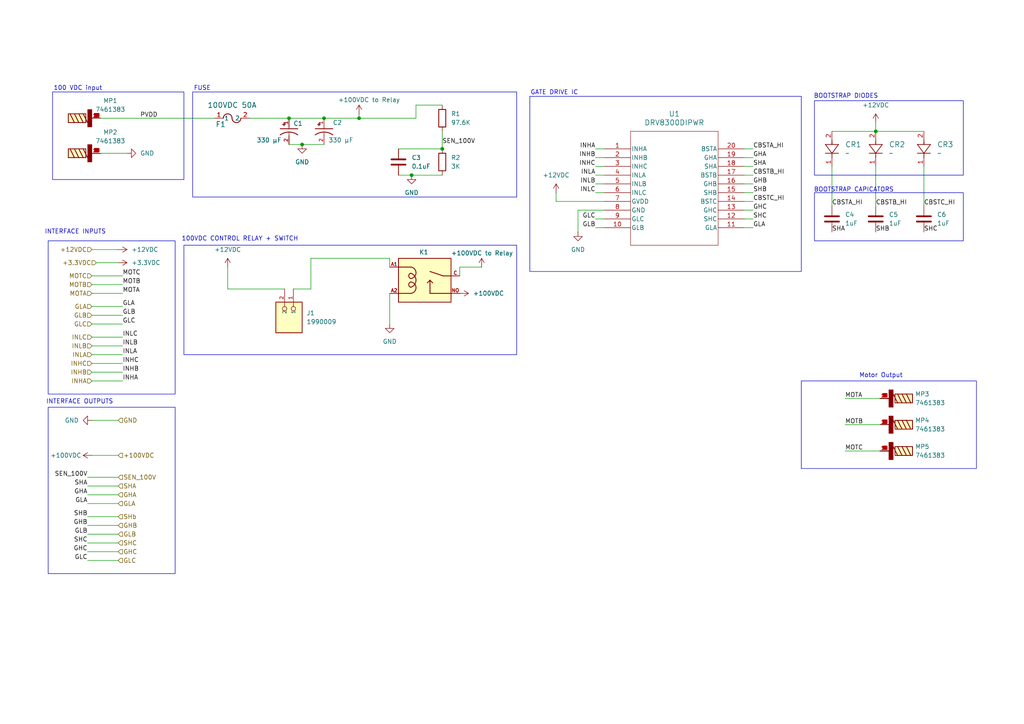
<source format=kicad_sch>
(kicad_sch (version 20250114) (generator "eeschema") (generator_version "9.0")
  (paper "A4")
  (title_block (date "2025-04-19") (rev "1"))
  (lib_symbols
    (symbol "1990009 2P term:1990009" (pin_names (offset 1.016))
      (property "Reference" "J" (at -2.54 3.302 0))
      (property "Value" "1990009" (at -2.54 -7.62 0))
      (symbol "1990009_0_0"
        (rectangle (start -3.81 -5.08) (end 5.08 2.54) (stroke (width 0.254)) (fill (type background)))
        (circle (center -1.905 0) (radius 0.635) (stroke (width 0.1524)))
        (circle (center -1.905 -2.54) (radius 0.635) (stroke (width 0.1524)))
        (pin passive line (at -7.62 0 0) (length 5.08) (name "1") (number "1"))
        (pin passive line (at -7.62 -2.54 0) (length 5.08) (name "2") (number "2"))
      )
    )
    (symbol "2025-02-22_17-43-38:DRV8300DIPWR" (pin_names (offset 0.254))
      (property "Reference" "U" (at 20.32 10.16 0))
      (property "Value" "DRV8300DIPWR" (at 20.32 7.62 0))
      (symbol "DRV8300DIPWR_0_1"
        (polyline (pts (xy 7.62 5.08) (xy 7.62 -27.94)) (stroke (width 0.127)))
        (polyline (pts (xy 7.62 -27.94) (xy 33.02 -27.94)) (stroke (width 0.127)))
        (polyline (pts (xy 33.02 5.08) (xy 7.62 5.08)) (stroke (width 0.127)))
        (polyline (pts (xy 33.02 -27.94) (xy 33.02 5.08)) (stroke (width 0.127)))
        (pin input line (at 0 0 0) (length 7.62) (name "INHA") (number "1"))
        (pin input line (at 0 -2.54 0) (length 7.62) (name "INHB") (number "2"))
        (pin input line (at 0 -5.08 0) (length 7.62) (name "INHC") (number "3"))
        (pin input line (at 0 -7.62 0) (length 7.62) (name "INLA") (number "4"))
        (pin input line (at 0 -10.16 0) (length 7.62) (name "INLB") (number "5"))
        (pin input line (at 0 -12.7 0) (length 7.62) (name "INLC") (number "6"))
        (pin power_in line (at 0 -15.24 0) (length 7.62) (name "GVDD") (number "7"))
        (pin power_out line (at 0 -17.78 0) (length 7.62) (name "GND") (number "8"))
        (pin unspecified line (at 0 -20.32 0) (length 7.62) (name "GLC") (number "9"))
        (pin unspecified line (at 0 -22.86 0) (length 7.62) (name "GLB") (number "10"))
        (pin unspecified line (at 40.64 0 180) (length 7.62) (name "BSTA") (number "20"))
        (pin unspecified line (at 40.64 -2.54 180) (length 7.62) (name "GHA") (number "19"))
        (pin unspecified line (at 40.64 -5.08 180) (length 7.62) (name "SHA") (number "18"))
        (pin unspecified line (at 40.64 -7.62 180) (length 7.62) (name "BSTB") (number "17"))
        (pin unspecified line (at 40.64 -10.16 180) (length 7.62) (name "GHB") (number "16"))
        (pin unspecified line (at 40.64 -12.7 180) (length 7.62) (name "SHB") (number "15"))
        (pin unspecified line (at 40.64 -15.24 180) (length 7.62) (name "BSTC") (number "14"))
        (pin unspecified line (at 40.64 -17.78 180) (length 7.62) (name "GHC") (number "13"))
        (pin unspecified line (at 40.64 -20.32 180) (length 7.62) (name "SHC") (number "12"))
        (pin unspecified line (at 40.64 -22.86 180) (length 7.62) (name "GLA") (number "11"))
      )
    )
    (symbol "2025-02-22_19-37-18:BAV20WS-TP" (pin_names (offset 0.254))
      (property "Reference" "CR" (at 5.08 4.445 0))
      (property "Value" "BAV20WS-TP" (at 5.08 -3.81 0))
      (symbol "BAV20WS-TP_1_1"
        (polyline (pts (xy 2.54 0) (xy 3.4798 0)) (stroke (width 0.2032)))
        (polyline (pts (xy 3.175 0) (xy 3.81 0)) (stroke (width 0.2032)))
        (polyline (pts (xy 3.81 1.905) (xy 3.81 -1.905)) (stroke (width 0.2032)))
        (polyline (pts (xy 3.81 -1.905) (xy 6.35 0)) (stroke (width 0.2032)))
        (polyline (pts (xy 6.35 0) (xy 3.81 1.905)) (stroke (width 0.2032)))
        (polyline (pts (xy 6.35 0) (xy 7.62 0)) (stroke (width 0.2032)))
        (polyline (pts (xy 6.35 -1.905) (xy 6.35 1.905)) (stroke (width 0.2032)))
        (pin unspecified line (at 0 0 0) (length 2.54) (name "") (number "2"))
        (pin unspecified line (at 10.16 0 180) (length 2.54) (name "") (number "1"))
      )
      (symbol "BAV20WS-TP_1_2"
        (polyline (pts (xy -1.905 3.81) (xy 1.905 3.81)) (stroke (width 0.2032)))
        (polyline (pts (xy 0 6.35) (xy -1.905 3.81)) (stroke (width 0.2032)))
        (polyline (pts (xy 0 6.35) (xy 0 7.62)) (stroke (width 0.2032)))
        (polyline (pts (xy 0 3.175) (xy 0 3.81)) (stroke (width 0.2032)))
        (polyline (pts (xy 0 2.54) (xy 0 3.4798)) (stroke (width 0.2032)))
        (polyline (pts (xy 1.905 6.35) (xy -1.905 6.35)) (stroke (width 0.2032)))
        (polyline (pts (xy 1.905 3.81) (xy 0 6.35)) (stroke (width 0.2032)))
        (pin unspecified line (at 0 10.16 270) (length 2.54) (name "") (number "1"))
        (pin unspecified line (at 0 0 90) (length 2.54) (name "") (number "2"))
      )
    )
    (symbol "2025-02-24_21-09-15:0463030.ER" (pin_names (offset 0.254))
      (property "Reference" "F" (at 5.08 3.175 0))
      (property "Value" "0463030.ER" (at 5.08 -3.175 0))
      (symbol "0463030.ER_1_1"
        (arc (start 2.54 0) (mid 3.81 1.2645) (end 5.08 0) (stroke (width 0.254)))
        (arc (start 7.62 0) (mid 6.35 -1.2645) (end 5.08 0) (stroke (width 0.254)))
        (pin unspecified line (at 0 0 0) (length 2.54) (name "1") (number "1"))
        (pin unspecified line (at 10.16 0 180) (length 2.54) (name "2") (number "2"))
      )
      (symbol "0463030.ER_1_2"
        (arc (start 0 7.62) (mid 1.2645 6.35) (end 0 5.08) (stroke (width 0.254)))
        (arc (start 0 2.54) (mid -1.2645 3.81) (end 0 5.08) (stroke (width 0.254)))
        (pin unspecified line (at 0 10.16 270) (length 2.54) (name "2") (number "2"))
        (pin unspecified line (at 0 0 90) (length 2.54) (name "1") (number "1"))
      )
    )
    (symbol "Device:C" (pin_numbers (hide yes)) (pin_names (offset 0.254))
      (property "Reference" "C" (at 0.635 2.54 0))
      (property "Value" "C" (at 0.635 -2.54 0))
      (symbol "C_0_1"
        (polyline (pts (xy -2.032 0.762) (xy 2.032 0.762)) (stroke (width 0.508)))
        (polyline (pts (xy -2.032 -0.762) (xy 2.032 -0.762)) (stroke (width 0.508)))
      )
      (symbol "C_1_1"
        (pin passive line (at 0 3.81 270) (length 2.794) (name "~") (number "1"))
        (pin passive line (at 0 -3.81 90) (length 2.794) (name "~") (number "2"))
      )
    )
    (symbol "Device:R" (pin_numbers (hide yes)) (pin_names (offset 0))
      (property "Reference" "R" (at 2.032 0 90))
      (property "Value" "R" (at 0 0 90))
      (symbol "R_0_1"
        (rectangle (start -1.016 -2.54) (end 1.016 2.54) (stroke (width 0.254)))
      )
      (symbol "R_1_1"
        (pin passive line (at 0 3.81 270) (length 1.27) (name "~") (number "1"))
        (pin passive line (at 0 -3.81 90) (length 1.27) (name "~") (number "2"))
      )
    )
    (symbol "EEVFK2A331M:EEVFK2A331M" (pin_names (offset 1.016))
      (property "Reference" "C" (at -2.54 3.81 0))
      (property "Value" "EEVFK2A331M" (at -2.54 -5.08 0))
      (symbol "EEVFK2A331M_0_0"
        (rectangle (start -1.173 -1.532) (end -0.284 -1.405) (stroke (width 0.1)) (fill (type outline)))
        (rectangle (start -0.792 -1.913) (end -0.665 -1.024) (stroke (width 0.1)) (fill (type outline)))
        (polyline (pts (xy 0 0) (xy 0.508 0)) (stroke (width 0.1524)))
        (polyline (pts (xy 0.508 2.54) (xy 0.508 0)) (stroke (width 0.254)))
        (polyline (pts (xy 0.508 0) (xy 0.508 -2.54)) (stroke (width 0.254)))
        (polyline (pts (xy 2.54 0) (xy 1.524 0)) (stroke (width 0.1524)))
        (arc (start 2.286 -2.54) (mid 1.4851 0) (end 2.286 2.54) (stroke (width 0.254)))
        (pin passive line (at -2.54 0 0) (length 2.54) (name "~") (number "1"))
        (pin passive line (at 5.08 0 180) (length 2.54) (name "~") (number "2"))
      )
    )
    (symbol "M5 Screw Terminal 7461383:WP-SHFU" (pin_names (offset 1.016))
      (property "Reference" "MP" (at 3.302 1.27 0))
      (property "Value" "WP-SHFU" (at 3.302 -0.508 0))
      (symbol "WP-SHFU_0_0"
        (rectangle (start -2.54 -2.54) (end 2.54 -1.27) (stroke (width 0.1)) (fill (type outline)))
        (rectangle (start -1.27 -0.762) (end 1.27 4.318) (stroke (width 0.254)) (fill (type background)))
        (polyline (pts (xy 1.27 3.81) (xy -1.27 2.54)) (stroke (width 0.254)))
        (polyline (pts (xy 1.27 2.54) (xy -1.27 1.27)) (stroke (width 0.254)))
        (polyline (pts (xy 1.27 1.27) (xy -1.27 0)) (stroke (width 0.254)))
        (polyline (pts (xy 1.27 0) (xy -1.27 -1.27)) (stroke (width 0.254)))
        (pin passive line (at 0 -5.08 90) (length 2.54) (name "~") (number "1"))
        (pin passive line (at 0 -5.08 90) (length 2.54) (name "~") (number "10"))
        (pin passive line (at 0 -5.08 90) (length 2.54) (name "~") (number "11"))
        (pin passive line (at 0 -5.08 90) (length 2.54) (name "~") (number "12"))
        (pin passive line (at 0 -5.08 90) (length 2.54) (name "~") (number "13"))
        (pin passive line (at 0 -5.08 90) (length 2.54) (name "~") (number "14"))
        (pin passive line (at 0 -5.08 90) (length 2.54) (name "~") (number "15"))
        (pin passive line (at 0 -5.08 90) (length 2.54) (name "~") (number "16"))
        (pin passive line (at 0 -5.08 90) (length 2.54) (name "~") (number "2"))
        (pin passive line (at 0 -5.08 90) (length 2.54) (name "~") (number "3"))
        (pin passive line (at 0 -5.08 90) (length 2.54) (name "~") (number "4"))
        (pin passive line (at 0 -5.08 90) (length 2.54) (name "~") (number "5"))
        (pin passive line (at 0 -5.08 90) (length 2.54) (name "~") (number "6"))
        (pin passive line (at 0 -5.08 90) (length 2.54) (name "~") (number "7"))
        (pin passive line (at 0 -5.08 90) (length 2.54) (name "~") (number "8"))
        (pin passive line (at 0 -5.08 90) (length 2.54) (name "~") (number "9"))
      )
    )
    (symbol "T9As1d12-12:1-1393210-3" (pin_names (offset 1.016))
      (property "Reference" "K" (at -7.6423 5.6043 0))
      (property "Value" "1-1393210-3" (at -7.6448 -10.193 0))
      (symbol "1-1393210-3_0_0"
        (polyline (pts (xy -7.62 2.54) (xy -4.064 2.54)) (stroke (width 0.254)))
        (polyline (pts (xy -7.62 -5.08) (xy -4.064 -5.08)) (stroke (width 0.254)))
        (rectangle (start -7.62 -7.62) (end 7.62 5.08) (stroke (width 0.254)) (fill (type background)))
        (arc (start -4.064 0.762) (mid -2.54 -1.27) (end -4.064 -3.302) (stroke (width 0.254)))
        (arc (start -4.064 2.54) (mid -2.5351 0.889) (end -4.064 -0.762) (stroke (width 0.254)))
        (arc (start -4.064 -1.778) (mid -2.5351 -3.429) (end -4.064 -5.08) (stroke (width 0.254)))
        (arc (start -4.064 -0.762) (mid -4.6355 0) (end -4.064 0.762) (stroke (width 0.254)))
        (arc (start -4.064 -3.302) (mid -4.6355 -2.54) (end -4.064 -1.778) (stroke (width 0.254)))
        (polyline (pts (xy 1.524 -1.27) (xy 0.762 -2.032)) (stroke (width 0.254)))
        (polyline (pts (xy 1.524 -1.27) (xy 2.286 -2.032)) (stroke (width 0.254)))
        (polyline (pts (xy 1.524 -5.08) (xy 1.524 -1.27)) (stroke (width 0.254)))
        (polyline (pts (xy 5.334 0) (xy 1.524 1.27)) (stroke (width 0.254)))
        (polyline (pts (xy 7.62 0) (xy 5.334 0)) (stroke (width 0.254)))
        (polyline (pts (xy 7.62 -5.08) (xy 1.524 -5.08)) (stroke (width 0.254)))
        (pin passive line (at -10.16 2.54 0) (length 2.54) (name "~") (number "A1"))
        (pin passive line (at -10.16 -5.08 0) (length 2.54) (name "~") (number "A2"))
        (pin passive line (at 10.16 0 180) (length 2.54) (name "~") (number "C"))
        (pin passive line (at 10.16 -5.08 180) (length 2.54) (name "~") (number "NO"))
      )
    )
    (symbol "power:+12V" (power) (pin_numbers (hide yes)) (pin_names (offset 0) (hide yes))
      (property "Value" "+12V" (at 0 3.556 0))
      (symbol "+12V_0_1"
        (polyline (pts (xy -0.762 1.27) (xy 0 2.54)))
        (polyline (pts (xy 0 2.54) (xy 0.762 1.27)))
        (polyline (pts (xy 0 0) (xy 0 2.54)))
      )
      (symbol "+12V_1_1"
        (pin power_in line (at 0 0 90) (length 0) (name "~") (number "1"))
      )
    )
    (symbol "power:+3.3V" (power) (pin_numbers (hide yes)) (pin_names (offset 0) (hide yes))
      (property "Value" "+3.3V" (at 0 3.556 0))
      (symbol "+3.3V_0_1"
        (polyline (pts (xy -0.762 1.27) (xy 0 2.54)))
        (polyline (pts (xy 0 2.54) (xy 0.762 1.27)))
        (polyline (pts (xy 0 0) (xy 0 2.54)))
      )
      (symbol "+3.3V_1_1"
        (pin power_in line (at 0 0 90) (length 0) (name "~") (number "1"))
      )
    )
    (symbol "power:GND" (power) (pin_numbers (hide yes)) (pin_names (offset 0) (hide yes))
      (property "Value" "GND" (at 0 -3.81 0))
      (symbol "GND_0_1"
        (polyline (pts (xy 0 0) (xy 0 -1.27) (xy 1.27 -1.27) (xy 0 -2.54) (xy -1.27 -1.27) (xy 0 -1.27)))
      )
      (symbol "GND_1_1"
        (pin power_in line (at 0 0 270) (length 0) (name "~") (number "1"))
      )
    )
  )
  (rectangle (start 236.22 55.88) (end 279.4 69.85))
  (rectangle (start 55.88 26.67) (end 149.86 57.15))
  (rectangle (start 13.97 118.11) (end 50.8 166.37))
  (rectangle (start 15.24 26.67) (end 53.34 52.07))
  (rectangle (start 236.22 29.21) (end 279.4 50.8))
  (rectangle (start 53.34 71.12) (end 149.86 102.87))
  (rectangle (start 232.41 110.49) (end 283.21 135.89))
  (rectangle (start 13.97 69.85) (end 50.8 114.3))
  (rectangle (start 153.67 27.94) (end 232.41 78.74))
  (text "100VDC CONTROL RELAY + SWITCH\n" (at 69.596 69.342 0) (effects (font (size 1.27 1.27))))
  (text "Motor Output\n" (at 255.524 108.966 0) (effects (font (size 1.27 1.27))))
  (text "100 VDC input" (at 22.606 25.654 0) (effects (font (size 1.27 1.27))))
  (text "FUSE" (at 58.674 25.654 0) (effects (font (size 1.27 1.27))))
  (text "GATE DRIVE IC\n" (at 160.782 26.924 0) (effects (font (size 1.27 1.27))))
  (text "INTERFACE INPUTS\n\n" (at 21.844 68.326 0) (effects (font (size 1.27 1.27))))
  (text "BOOTSTRAP DIODES\n" (at 245.364 27.94 0) (effects (font (size 1.27 1.27))))
  (text "BOOTSTRAP CAPICATORS\n" (at 247.65 55.118 0) (effects (font (size 1.27 1.27))))
  (text "INTERFACE OUTPUTS\n\n\n" (at 23.114 118.618 0) (effects (font (size 1.27 1.27))))
  (junction (at 87.63 41.91))
  (junction (at 83.82 34.29))
  (junction (at 254 38.1))
  (junction (at 104.14 34.29))
  (junction (at 128.27 43.18))
  (junction (at 119.38 50.8))
  (junction (at 93.98 34.29))
  (wire (pts (xy 83.82 34.29) (xy 93.98 34.29)))
  (wire (pts (xy 218.44 50.8) (xy 215.9 50.8)))
  (wire (pts (xy 218.44 63.5) (xy 215.9 63.5)))
  (wire (pts (xy 85.09 83.82) (xy 90.17 83.82)))
  (wire (pts (xy 172.72 50.8) (xy 175.26 50.8)))
  (wire (pts (xy 218.44 55.88) (xy 215.9 55.88)))
  (wire (pts (xy 172.72 43.18) (xy 175.26 43.18)))
  (wire (pts (xy 90.17 83.82) (xy 90.17 74.93)))
  (wire (pts (xy 26.67 121.92) (xy 34.29 121.92)))
  (wire (pts (xy 26.67 97.79) (xy 35.56 97.79)))
  (wire (pts (xy 25.4 152.4) (xy 34.29 152.4)))
  (wire (pts (xy 120.65 30.48) (xy 120.65 34.29)))
  (wire (pts (xy 218.44 48.26) (xy 215.9 48.26)))
  (wire (pts (xy 26.67 72.39) (xy 34.29 72.39)))
  (wire (pts (xy 254 38.1) (xy 267.97 38.1)))
  (wire (pts (xy 66.04 83.82) (xy 82.55 83.82)))
  (wire (pts (xy 26.67 102.87) (xy 35.56 102.87)))
  (wire (pts (xy 25.4 140.97) (xy 34.29 140.97)))
  (wire (pts (xy 161.29 58.42) (xy 161.29 55.88)))
  (wire (pts (xy 172.72 48.26) (xy 175.26 48.26)))
  (wire (pts (xy 66.04 77.47) (xy 66.04 83.82)))
  (wire (pts (xy 241.3 48.26) (xy 241.3 59.69)))
  (wire (pts (xy 104.14 33.02) (xy 104.14 34.29)))
  (wire (pts (xy 172.72 55.88) (xy 175.26 55.88)))
  (wire (pts (xy 172.72 45.72) (xy 175.26 45.72)))
  (wire (pts (xy 26.67 110.49) (xy 35.56 110.49)))
  (wire (pts (xy 25.4 149.86) (xy 34.29 149.86)))
  (wire (pts (xy 26.67 91.44) (xy 35.56 91.44)))
  (wire (pts (xy 172.72 66.04) (xy 175.26 66.04)))
  (wire (pts (xy 254 35.56) (xy 254 38.1)))
  (wire (pts (xy 218.44 53.34) (xy 215.9 53.34)))
  (wire (pts (xy 34.29 132.08) (xy 26.67 132.08)))
  (wire (pts (xy 93.98 34.29) (xy 104.14 34.29)))
  (wire (pts (xy 90.17 74.93) (xy 113.03 74.93)))
  (wire (pts (xy 139.7 77.47) (xy 133.35 77.47)))
  (wire (pts (xy 26.67 107.95) (xy 35.56 107.95)))
  (wire (pts (xy 218.44 45.72) (xy 215.9 45.72)))
  (wire (pts (xy 25.4 143.51) (xy 34.29 143.51)))
  (wire (pts (xy 35.56 100.33) (xy 26.67 100.33)))
  (wire (pts (xy 25.4 160.02) (xy 34.29 160.02)))
  (wire (pts (xy 267.97 48.26) (xy 267.97 59.69)))
  (wire (pts (xy 119.38 50.8) (xy 128.27 50.8)))
  (wire (pts (xy 26.67 88.9) (xy 35.56 88.9)))
  (wire (pts (xy 87.63 41.91) (xy 93.98 41.91)))
  (wire (pts (xy 254 48.26) (xy 254 59.69)))
  (wire (pts (xy 218.44 58.42) (xy 215.9 58.42)))
  (wire (pts (xy 172.72 53.34) (xy 175.26 53.34)))
  (wire (pts (xy 26.67 93.98) (xy 35.56 93.98)))
  (wire (pts (xy 115.57 43.18) (xy 128.27 43.18)))
  (wire (pts (xy 175.26 60.96) (xy 167.64 60.96)))
  (wire (pts (xy 218.44 43.18) (xy 215.9 43.18)))
  (wire (pts (xy 175.26 58.42) (xy 161.29 58.42)))
  (wire (pts (xy 115.57 50.8) (xy 119.38 50.8)))
  (wire (pts (xy 25.4 146.05) (xy 34.29 146.05)))
  (wire (pts (xy 83.82 41.91) (xy 87.63 41.91)))
  (wire (pts (xy 113.03 85.09) (xy 113.03 93.98)))
  (wire (pts (xy 29.21 34.29) (xy 62.23 34.29)))
  (wire (pts (xy 133.35 77.47) (xy 133.35 80.01)))
  (wire (pts (xy 128.27 38.1) (xy 128.27 43.18)))
  (wire (pts (xy 72.39 34.29) (xy 83.82 34.29)))
  (wire (pts (xy 167.64 60.96) (xy 167.64 67.31)))
  (wire (pts (xy 218.44 60.96) (xy 215.9 60.96)))
  (wire (pts (xy 26.67 85.09) (xy 35.56 85.09)))
  (wire (pts (xy 34.29 76.2) (xy 27.94 76.2)))
  (wire (pts (xy 34.29 138.43) (xy 25.4 138.43)))
  (wire (pts (xy 113.03 74.93) (xy 113.03 77.47)))
  (wire (pts (xy 120.65 34.29) (xy 104.14 34.29)))
  (wire (pts (xy 25.4 162.56) (xy 34.29 162.56)))
  (wire (pts (xy 128.27 30.48) (xy 120.65 30.48)))
  (wire (pts (xy 25.4 157.48) (xy 34.29 157.48)))
  (wire (pts (xy 245.11 130.81) (xy 255.27 130.81)))
  (wire (pts (xy 26.67 82.55) (xy 35.56 82.55)))
  (wire (pts (xy 26.67 80.01) (xy 35.56 80.01)))
  (wire (pts (xy 218.44 66.04) (xy 215.9 66.04)))
  (wire (pts (xy 172.72 63.5) (xy 175.26 63.5)))
  (wire (pts (xy 241.3 38.1) (xy 254 38.1)))
  (wire (pts (xy 245.11 123.19) (xy 255.27 123.19)))
  (wire (pts (xy 26.67 105.41) (xy 35.56 105.41)))
  (wire (pts (xy 245.11 115.57) (xy 255.27 115.57)))
  (wire (pts (xy 25.4 154.94) (xy 34.29 154.94)))
  (wire (pts (xy 29.21 44.45) (xy 36.83 44.45)))
  (label "SHC" (at 218.44 63.5 0))
  (label "GHC" (at 218.44 60.96 0))
  (label "INHA" (at 35.56 110.49 0))
  (label "INHB" (at 35.56 107.95 0))
  (label "GLB" (at 172.72 66.04 180))
  (label "CBSTB_HI" (at 218.44 50.8 0))
  (label "SHB" (at 254 67.31 0))
  (label "CBSTC_HI" (at 218.44 58.42 0))
  (label "MOTC" (at 35.56 80.01 0))
  (label "GHB" (at 25.4 152.4 180))
  (label "GLC" (at 172.72 63.5 180))
  (label "GLA" (at 25.4 146.05 180))
  (label "MOTA" (at 35.56 85.09 0))
  (label "GLC" (at 25.4 162.56 180))
  (label "MOTB" (at 245.11 123.19 0))
  (label "INHC" (at 35.56 105.41 0))
  (label "INLA" (at 172.72 50.8 180))
  (label "INHB" (at 172.72 45.72 180))
  (label "CBSTA_HI" (at 241.3 59.69 0))
  (label "INHA" (at 172.72 43.18 180))
  (label "GLC" (at 35.56 93.98 0))
  (label "GLA" (at 218.44 66.04 0))
  (label "MOTC" (at 245.11 130.81 0))
  (label "INLB" (at 172.72 53.34 180))
  (label "CBSTA_HI" (at 218.44 43.18 0))
  (label "CBSTC_HI" (at 267.97 59.69 0))
  (label "SHC" (at 267.97 67.31 0))
  (label "PVDD" (at 40.64 34.29 0))
  (label "SHA" (at 218.44 48.26 0))
  (label "SEN_100V" (at 128.27 41.91 0))
  (label "INLC" (at 172.72 55.88 180))
  (label "SHA" (at 25.4 140.97 180))
  (label "SHB" (at 25.4 149.86 180))
  (label "GLA" (at 35.56 88.9 0))
  (label "MOTB" (at 35.56 82.55 0))
  (label "INHC" (at 172.72 48.26 180))
  (label "GHA" (at 25.4 143.51 180))
  (label "SEN_100V" (at 25.4 138.43 180))
  (label "SHA" (at 241.3 67.31 0))
  (label "MOTA" (at 245.11 115.57 0))
  (label "CBSTB_HI" (at 254 59.69 0))
  (label "GHC" (at 25.4 160.02 180))
  (label "INLC" (at 35.56 97.79 0))
  (label "GHA" (at 218.44 45.72 0))
  (label "INLB" (at 35.56 100.33 0))
  (label "SHC" (at 25.4 157.48 180))
  (label "GLB" (at 25.4 154.94 180))
  (label "SHB" (at 218.44 55.88 0))
  (label "GHB" (at 218.44 53.34 0))
  (label "GLB" (at 35.56 91.44 0))
  (label "INLA" (at 35.56 102.87 0))
  (hierarchical_label "GND" (shape input) (at 34.29 121.92 0))
  (hierarchical_label "SHC" (shape input) (at 34.29 157.48 0))
  (hierarchical_label "SHA" (shape input) (at 34.29 140.97 0))
  (hierarchical_label "INHC" (shape input) (at 26.67 105.41 180))
  (hierarchical_label "GLC" (shape input) (at 34.29 162.56 0))
  (hierarchical_label "GLC" (shape input) (at 26.67 93.98 180))
  (hierarchical_label "GHC" (shape input) (at 34.29 160.02 0))
  (hierarchical_label "MOTA" (shape input) (at 26.67 85.09 180))
  (hierarchical_label "SEN_100V" (shape input) (at 34.29 138.43 0))
  (hierarchical_label "MOTB" (shape input) (at 26.67 82.55 180))
  (hierarchical_label "INLC" (shape input) (at 26.67 97.79 180))
  (hierarchical_label "INHA" (shape input) (at 26.67 110.49 180))
  (hierarchical_label "SHb" (shape input) (at 34.29 149.86 0))
  (hierarchical_label "MOTC" (shape input) (at 26.67 80.01 180))
  (hierarchical_label "GLA" (shape input) (at 26.67 88.9 180))
  (hierarchical_label "GHA" (shape input) (at 34.29 143.51 0))
  (hierarchical_label "+12VDC" (shape input) (at 26.67 72.39 180))
  (hierarchical_label "GHB" (shape input) (at 34.29 152.4 0))
  (hierarchical_label "GLB" (shape input) (at 26.67 91.44 180))
  (hierarchical_label "INHB" (shape input) (at 26.67 107.95 180))
  (hierarchical_label "+3.3VDC" (shape input) (at 27.94 76.2 180))
  (hierarchical_label "INLB" (shape input) (at 26.67 100.33 180))
  (hierarchical_label "+100VDC" (shape input) (at 34.29 132.08 0))
  (hierarchical_label "GLA" (shape input) (at 34.29 146.05 0))
  (hierarchical_label "GLB" (shape input) (at 34.29 154.94 0))
  (hierarchical_label "INLA" (shape input) (at 26.67 102.87 180))
  (symbol (lib_id "power:GND") (at 26.67 121.92 270) (unit 1)
    (property "Reference" "#PWR01" (effects (hide yes)))
    (property "Value" "GND" (at 22.86 121.9199 90) (effects (justify right)))
    (property "Description" "Power symbol creates a global label with name \"GND\" , ground" (effects (hide yes)))
  )
  (symbol (lib_id "2025-02-22_17-43-38:DRV8300DIPWR") (at 175.26 43.18 0) (unit 1)
    (property "Reference" "U1" (at 195.58 33.02 0) (effects (font (size 1.524 1.524))))
    (property "Value" "DRV8300DIPWR" (at 195.58 35.56 0) (effects (font (size 1.524 1.524))))
    (property "Footprint" "DRV8300DIPWR:TSSOP_0DIPWR_TEX" (effects (hide yes)))
    (property "Datasheet" "https://www.ti.com/lit/ds/symlink/drv8300.pdf" (effects (hide yes)))
    (property "Description" "IC GATE DRV HI/LOW SIDE 20HTSSOP" (effects (hide yes)))
    (property "Part Number" "DRV8300DIPWR" (effects (hide yes)))
  )
  (symbol (lib_id "power:GND") (at 113.03 93.98 0) (unit 1)
    (property "Reference" "#PWR09" (effects (hide yes)))
    (property "Value" "GND" (at 113.03 99.06 0))
    (property "Description" "Power symbol creates a global label with name \"GND\" , ground" (effects (hide yes)))
  )
  (symbol (lib_id "Device:C") (at 267.97 63.5 0) (unit 1)
    (property "Reference" "C6" (at 271.78 62.2299 0) (effects (justify left)))
    (property "Value" "1uF" (at 271.78 64.7699 0) (effects (justify left)))
    (property "Footprint" "Capacitor_SMD:C_0805_2012Metric" (effects (hide yes)))
    (property "Datasheet" "https://www.digikey.ca/en/products/detail/samsung-electro-mechanics/CL21B105KBFNFNE/3891014" (effects (hide yes)))
    (property "Description" "CAP CER 1UF 50V X7R 0805" (effects (hide yes)))
    (property "Part Number" "CL21B105KBFNFNE" (effects (hide yes)))
  )
  (symbol (lib_id "power:+12V") (at 139.7 77.47 0) (unit 1)
    (property "Reference" "#PWR012" (effects (hide yes)))
    (property "Value" "+100VDC to Relay" (at 130.81 73.406 0) (effects (justify left)))
    (property "Description" "Power symbol creates a global label with name \"+12V\"" (effects (hide yes)))
  )
  (symbol (lib_id "Device:C") (at 254 63.5 0) (unit 1)
    (property "Reference" "C5" (at 257.81 62.2299 0) (effects (justify left)))
    (property "Value" "1uF" (at 257.81 64.7699 0) (effects (justify left)))
    (property "Footprint" "Capacitor_SMD:C_0805_2012Metric" (effects (hide yes)))
    (property "Datasheet" "https://www.digikey.ca/en/products/detail/samsung-electro-mechanics/CL21B105KBFNFNE/3891014" (effects (hide yes)))
    (property "Description" "CAP CER 1UF 50V X7R 0805" (effects (hide yes)))
    (property "Part Number" "CL21B105KBFNFNE" (effects (hide yes)))
  )
  (symbol (lib_id "Device:C") (at 241.3 63.5 0) (unit 1)
    (property "Reference" "C4" (at 245.11 62.2299 0) (effects (justify left)))
    (property "Value" "1uF" (at 245.11 64.7699 0) (effects (justify left)))
    (property "Footprint" "Capacitor_SMD:C_0805_2012Metric" (effects (hide yes)))
    (property "Datasheet" "https://www.digikey.ca/en/products/detail/samsung-electro-mechanics/CL21B105KBFNFNE/3891014" (effects (hide yes)))
    (property "Description" "CAP CER 1UF 50V X7R 0805" (effects (hide yes)))
    (property "Part Number" "CL21B105KBFNFNE" (effects (hide yes)))
  )
  (symbol (lib_id "power:+12V") (at 34.29 72.39 270) (unit 1)
    (property "Reference" "#PWR03" (effects (hide yes)))
    (property "Value" "+12VDC" (at 38.1 72.3901 90) (effects (justify left)))
    (property "Description" "Power symbol creates a global label with name \"+12V\"" (effects (hide yes)))
  )
  (symbol (lib_id "EEVFK2A331M:EEVFK2A331M") (at 83.82 36.83 270) (unit 1)
    (property "Reference" "C1" (at 85.09 35.814 90) (effects (justify left)))
    (property "Value" "330 µF" (at 74.422 40.64 90) (effects (justify left)))
    (property "Footprint" "EEV_FK2A331M:CAP_EEVFK2A331M" (effects (hide yes)))
    (property "Datasheet" "https://industrial.panasonic.com/cdbs/www-data/pdf/RDE0000/ABA0000C1181.pdf" (effects (hide yes)))
    (property "PARTREV" "10-Oct-19" (effects (hide yes)))
    (property "STANDARD" "Manufacturer Recommendations" (effects (hide yes)))
    (property "MAXIMUM_PACKAGE_HEIGHT" "16.5mm" (effects (hide yes)))
    (property "MANUFACTURER" "Panasonic" (effects (hide yes)))
    (property "Part Number" "EEVFK2A331M" (effects (hide yes)))
  )
  (symbol (lib_id "power:+12V") (at 133.35 85.09 270) (unit 1)
    (property "Reference" "#PWR011" (effects (hide yes)))
    (property "Value" "+100VDC" (at 137.16 85.0899 90) (effects (justify left)))
    (property "Description" "Power symbol creates a global label with name \"+12V\"" (effects (hide yes)))
  )
  (symbol (lib_id "Device:R") (at 128.27 46.99 0) (unit 1)
    (property "Reference" "R2" (at 130.81 45.7199 0) (effects (justify left)))
    (property "Value" "3K" (at 130.81 48.2599 0) (effects (justify left)))
    (property "Footprint" "Resistor_SMD:R_0805_2012Metric" (effects (hide yes)))
    (property "Datasheet" "https://www.digikey.ca/en/products/detail/te-connectivity-passive-product/CRG0805F3K0/2380900" (effects (hide yes)))
    (property "Description" "RES SMD 3K OHM 1% 1/8W 0805" (effects (hide yes)))
    (property "Part Number" "CRG0805F3K0" (effects (hide yes)))
  )
  (symbol (lib_id "power:+3.3V") (at 34.29 76.2 270) (unit 1)
    (property "Reference" "#PWR04" (effects (hide yes)))
    (property "Value" "+3.3VDC" (at 38.1 76.2001 90) (effects (justify left)))
    (property "Description" "Power symbol creates a global label with name \"+3.3V\"" (effects (hide yes)))
  )
  (symbol (lib_id "2025-02-22_19-37-18:BAV20WS-TP") (at 254 38.1 270) (unit 1)
    (property "Reference" "CR2" (at 257.81 41.9099 90) (effects (font (size 1.524 1.524)) (justify left)))
    (property "Value" "~" (at 257.81 44.4499 90) (effects (font (size 1.524 1.524)) (justify left)))
    (property "Footprint" "BAV20WS-TP:CR_SOD-323_MCC" (effects (hide yes)))
    (property "Datasheet" "BAV20WS-TP" (effects (hide yes)))
    (property "Part Number" "BAV20WS-TP" (effects (hide yes)))
  )
  (symbol (lib_id "M5 Screw Terminal 7461383:WP-SHFU") (at 24.13 44.45 90) (unit 1)
    (property "Reference" "MP2" (at 32.004 38.354 90))
    (property "Value" "7461383" (at 32.004 40.894 90))
    (property "Footprint" "M5 Screw Term 7461383:WP-SHFU_7461383" (effects (hide yes)))
    (property "Datasheet" "7461383" (effects (hide yes)))
    (property "Description" "M5 Screw term" (effects (hide yes)))
  )
  (symbol (lib_id "power:+12V") (at 26.67 132.08 90) (unit 1)
    (property "Reference" "#PWR02" (effects (hide yes)))
    (property "Value" "+100VDC" (at 23.622 132.08 90) (effects (justify left)))
    (property "Description" "Power symbol creates a global label with name \"+12V\"" (effects (hide yes)))
  )
  (symbol (lib_id "Device:C") (at 115.57 46.99 0) (unit 1)
    (property "Reference" "C3" (at 119.38 45.7199 0) (effects (justify left)))
    (property "Value" "0.1uF" (at 119.38 48.2599 0) (effects (justify left)))
    (property "Footprint" "Capacitor_SMD:C_0805_2012Metric" (effects (hide yes)))
    (property "Datasheet" "https://www.digikey.ca/en/products/detail/yageo/CC0805KRX7R9BB104/302874" (effects (hide yes)))
    (property "Description" "CAP CER 0.1UF 50V X7R 0805" (effects (hide yes)))
    (property "Part Number" "CC0805KRX7R9BB104" (effects (hide yes)))
  )
  (symbol (lib_id "1990009 2P term:1990009") (at 85.09 91.44 270) (unit 1)
    (property "Reference" "J1" (at 88.9 90.8049 90) (effects (justify left)))
    (property "Value" "1990009" (at 88.9 93.3449 90) (effects (justify left)))
    (property "Footprint" "2P term 1990009:PHOENIX_1990009" (effects (hide yes)))
    (property "PARTREV" "03.02.2023" (effects (hide yes)))
    (property "STANDARD" "Manufacturer Recommendations" (effects (hide yes)))
    (property "MAXIMUM_PACKAGE_HEIGHT" "13.1mm" (effects (hide yes)))
    (property "MANUFACTURER" "Phoenix Contact" (effects (hide yes)))
  )
  (symbol (lib_id "M5 Screw Terminal 7461383:WP-SHFU") (at 260.35 130.81 270) (unit 1)
    (property "Reference" "MP5" (at 265.43 129.5399 90) (effects (justify left)))
    (property "Value" "7461383" (at 265.43 132.0799 90) (effects (justify left)))
    (property "Footprint" "M5 Screw Term 7461383:WP-SHFU_7461383" (effects (hide yes)))
    (property "Datasheet" "7461383" (effects (hide yes)))
    (property "Description" "M5 Screw term" (effects (hide yes)))
  )
  (symbol (lib_id "M5 Screw Terminal 7461383:WP-SHFU") (at 260.35 123.19 270) (unit 1)
    (property "Reference" "MP4" (at 265.43 121.9199 90) (effects (justify left)))
    (property "Value" "7461383" (at 265.43 124.4599 90) (effects (justify left)))
    (property "Footprint" "M5 Screw Term 7461383:WP-SHFU_7461383" (effects (hide yes)))
    (property "Datasheet" "7461383" (effects (hide yes)))
    (property "Description" "M5 Screw term" (effects (hide yes)))
  )
  (symbol (lib_id "Device:R") (at 128.27 34.29 0) (unit 1)
    (property "Reference" "R1" (at 130.81 33.0199 0) (effects (justify left)))
    (property "Value" "97.6K" (at 130.81 35.5599 0) (effects (justify left)))
    (property "Footprint" "Resistor_SMD:R_0805_2012Metric" (effects (hide yes)))
    (property "Datasheet" "https://www.digikey.ca/en/products/detail/yageo/RC0805FR-0797K6L/728213" (effects (hide yes)))
    (property "Description" "RES 97.6K OHM 1% 1/8W 0805" (effects (hide yes)))
    (property "Part Number" "RC0805FR-0797K6L" (effects (hide yes)))
  )
  (symbol (lib_id "power:GND") (at 167.64 67.31 0) (unit 1)
    (property "Reference" "#PWR014" (effects (hide yes)))
    (property "Value" "GND" (at 167.64 72.39 0))
    (property "Description" "Power symbol creates a global label with name \"GND\" , ground" (effects (hide yes)))
  )
  (symbol (lib_id "power:+12V") (at 254 35.56 0) (unit 1)
    (property "Reference" "#PWR015" (effects (hide yes)))
    (property "Value" "+12VDC" (at 254 30.48 0))
    (property "Description" "Power symbol creates a global label with name \"+12V\"" (effects (hide yes)))
  )
  (symbol (lib_id "2025-02-24_21-09-15:0463030.ER") (at 62.23 34.29 0) (unit 1)
    (property "Reference" "F1" (at 64.008 36.068 0) (effects (font (size 1.524 1.524))))
    (property "Value" "100VDC 50A" (at 67.31 30.48 0) (effects (font (size 1.524 1.524))))
    (property "Footprint" "0463030_ER:FUSE_0463_LTF-M" (effects (hide yes)))
    (property "Datasheet" "https://www.bourns.com/docs/Product-Datasheets/SF-3812F-T.pdf" (effects (hide yes)))
    (property "Description" "50A 250VAC, 100VDC" (effects (hide yes)))
    (property "Part Number" "SF-3812F5000T-2" (effects (hide yes)))
  )
  (symbol (lib_id "T9As1d12-12:1-1393210-3") (at 123.19 80.01 0) (unit 1)
    (property "Reference" "K1" (at 122.936 73.152 0))
    (property "Value" "1-1393210-3" (effects (hide yes)))
    (property "Footprint" "T9AS1D12_12:TE_1-1393210-3" (effects (hide yes)))
    (property "Datasheet" "https://www.te.com/en/product-1-1393210-3.datasheet.pdf" (effects (hide yes)))
    (property "Description" "General Purpose Power Relay, DC, Monostable, 1 Form A SPST-NO, 30 A Contact Rating, 12 VDC Coil Voltage, Potter & Brumfield T9A" (effects (hide yes)))
    (property "PARTREV" "0815" (effects (hide yes)))
    (property "STANDARD" "Manufacturer Recommendation" (effects (hide yes)))
    (property "MANUFACTURER" "TE Connectivity" (effects (hide yes)))
    (property "Part Number" "1-1393210-3" (effects (hide yes)))
  )
  (symbol (lib_id "power:GND") (at 87.63 41.91 0) (unit 1)
    (property "Reference" "#PWR07" (effects (hide yes)))
    (property "Value" "GND" (at 87.63 46.99 0))
    (property "Description" "Power symbol creates a global label with name \"GND\" , ground" (effects (hide yes)))
  )
  (symbol (lib_id "M5 Screw Terminal 7461383:WP-SHFU") (at 24.13 34.29 90) (unit 1)
    (property "Reference" "MP1" (at 32.004 29.21 90))
    (property "Value" "7461383" (at 32.004 31.75 90))
    (property "Footprint" "M5 Screw Term 7461383:WP-SHFU_7461383" (effects (hide yes)))
    (property "Datasheet" "7461383" (effects (hide yes)))
    (property "Description" "M5 Screw term" (effects (hide yes)))
  )
  (symbol (lib_id "power:GND") (at 119.38 50.8 0) (unit 1)
    (property "Reference" "#PWR010" (effects (hide yes)))
    (property "Value" "GND" (at 119.38 55.88 0))
    (property "Description" "Power symbol creates a global label with name \"GND\" , ground" (effects (hide yes)))
  )
  (symbol (lib_id "M5 Screw Terminal 7461383:WP-SHFU") (at 260.35 115.57 270) (unit 1)
    (property "Reference" "MP3" (at 265.43 114.2999 90) (effects (justify left)))
    (property "Value" "7461383" (at 265.43 116.8399 90) (effects (justify left)))
    (property "Footprint" "M5 Screw Term 7461383:WP-SHFU_7461383" (effects (hide yes)))
    (property "Datasheet" "7461383" (effects (hide yes)))
    (property "Description" "M5 Screw term" (effects (hide yes)))
  )
  (symbol (lib_id "power:+12V") (at 161.29 55.88 0) (unit 1)
    (property "Reference" "#PWR013" (effects (hide yes)))
    (property "Value" "+12VDC" (at 161.29 50.8 0))
    (property "Description" "Power symbol creates a global label with name \"+12V\"" (effects (hide yes)))
  )
  (symbol (lib_id "2025-02-22_19-37-18:BAV20WS-TP") (at 241.3 38.1 270) (unit 1)
    (property "Reference" "CR1" (at 245.11 41.9099 90) (effects (font (size 1.524 1.524)) (justify left)))
    (property "Value" "~" (at 245.11 44.4499 90) (effects (font (size 1.524 1.524)) (justify left)))
    (property "Footprint" "BAV20WS-TP:CR_SOD-323_MCC" (effects (hide yes)))
    (property "Datasheet" "BAV20WS-TP" (effects (hide yes)))
    (property "Part Number" "BAV20WS-TP" (effects (hide yes)))
  )
  (symbol (lib_id "power:+12V") (at 66.04 77.47 0) (unit 1)
    (property "Reference" "#PWR06" (effects (hide yes)))
    (property "Value" "+12VDC" (at 66.04 72.39 0))
    (property "Description" "Power symbol creates a global label with name \"+12V\"" (effects (hide yes)))
  )
  (symbol (lib_id "EEVFK2A331M:EEVFK2A331M") (at 93.98 36.83 270) (unit 1)
    (property "Reference" "C2" (at 96.52 35.56 90) (effects (justify left)))
    (property "Value" "330 µF" (at 95.25 40.64 90) (effects (justify left)))
    (property "Footprint" "EEV_FK2A331M:CAP_EEVFK2A331M" (effects (hide yes)))
    (property "Datasheet" "https://industrial.panasonic.com/cdbs/www-data/pdf/RDE0000/ABA0000C1181.pdf" (effects (hide yes)))
    (property "PARTREV" "10-Oct-19" (effects (hide yes)))
    (property "STANDARD" "Manufacturer Recommendations" (effects (hide yes)))
    (property "MAXIMUM_PACKAGE_HEIGHT" "16.5mm" (effects (hide yes)))
    (property "MANUFACTURER" "Panasonic" (effects (hide yes)))
    (property "Part Number" "EEVFK2A331M" (effects (hide yes)))
  )
  (symbol (lib_id "power:GND") (at 36.83 44.45 90) (unit 1)
    (property "Reference" "#PWR05" (effects (hide yes)))
    (property "Value" "GND" (at 40.64 44.4499 90) (effects (justify right)))
    (property "Description" "Power symbol creates a global label with name \"GND\" , ground" (effects (hide yes)))
  )
  (symbol (lib_id "2025-02-22_19-37-18:BAV20WS-TP") (at 267.97 38.1 270) (unit 1)
    (property "Reference" "CR3" (at 271.78 41.9099 90) (effects (font (size 1.524 1.524)) (justify left)))
    (property "Value" "~" (at 271.78 44.4499 90) (effects (font (size 1.524 1.524)) (justify left)))
    (property "Footprint" "BAV20WS-TP:CR_SOD-323_MCC" (effects (hide yes)))
    (property "Datasheet" "BAV20WS-TP" (effects (hide yes)))
    (property "Part Number" "BAV20WS-TP" (effects (hide yes)))
  )
  (symbol (lib_id "power:+12V") (at 104.14 33.02 0) (unit 1)
    (property "Reference" "#PWR08" (effects (hide yes)))
    (property "Value" "+100VDC to Relay" (at 98.044 28.956 0) (effects (justify left)))
    (property "Description" "Power symbol creates a global label with name \"+12V\"" (effects (hide yes)))
  )
)
</source>
